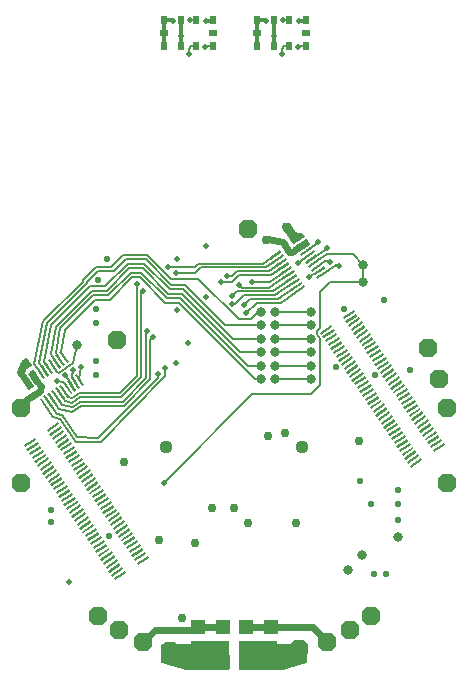
<source format=gbl>
G75*
%MOIN*%
%OFA0B0*%
%FSLAX24Y24*%
%IPPOS*%
%LPD*%
%AMOC8*
5,1,8,0,0,1.08239X$1,22.5*
%
%ADD10R,0.0079X0.0449*%
%ADD11OC8,0.0630*%
%ADD12C,0.0437*%
%ADD13R,0.1260X0.0276*%
%ADD14R,0.0453X0.0512*%
%ADD15C,0.0317*%
%ADD16R,0.0236X0.0276*%
%ADD17R,0.0276X0.0236*%
%ADD18C,0.0198*%
%ADD19C,0.0060*%
%ADD20C,0.0120*%
%ADD21C,0.0210*%
%ADD22C,0.0200*%
%ADD23C,0.0300*%
%ADD24C,0.0240*%
D10*
G36*
X008617Y010052D02*
X008573Y010117D01*
X008943Y010366D01*
X008987Y010301D01*
X008617Y010052D01*
G37*
G36*
X008705Y009921D02*
X008661Y009986D01*
X009031Y010235D01*
X009075Y010170D01*
X008705Y009921D01*
G37*
G36*
X008793Y009790D02*
X008749Y009855D01*
X009119Y010104D01*
X009163Y010039D01*
X008793Y009790D01*
G37*
G36*
X008882Y009660D02*
X008838Y009725D01*
X009208Y009974D01*
X009252Y009909D01*
X008882Y009660D01*
G37*
G36*
X008970Y009529D02*
X008926Y009594D01*
X009296Y009843D01*
X009340Y009778D01*
X008970Y009529D01*
G37*
G36*
X009058Y009399D02*
X009014Y009464D01*
X009384Y009713D01*
X009428Y009648D01*
X009058Y009399D01*
G37*
G36*
X009146Y009268D02*
X009102Y009333D01*
X009472Y009582D01*
X009516Y009517D01*
X009146Y009268D01*
G37*
G36*
X009234Y009138D02*
X009190Y009203D01*
X009560Y009452D01*
X009604Y009387D01*
X009234Y009138D01*
G37*
G36*
X009322Y009007D02*
X009278Y009072D01*
X009648Y009321D01*
X009692Y009256D01*
X009322Y009007D01*
G37*
G36*
X009410Y008877D02*
X009366Y008942D01*
X009736Y009191D01*
X009780Y009126D01*
X009410Y008877D01*
G37*
G36*
X010500Y009706D02*
X010544Y009641D01*
X010174Y009392D01*
X010130Y009457D01*
X010500Y009706D01*
G37*
G36*
X010412Y009836D02*
X010456Y009771D01*
X010086Y009522D01*
X010042Y009587D01*
X010412Y009836D01*
G37*
G36*
X010324Y009967D02*
X010368Y009902D01*
X009998Y009653D01*
X009954Y009718D01*
X010324Y009967D01*
G37*
G36*
X010235Y010097D02*
X010279Y010032D01*
X009909Y009783D01*
X009865Y009848D01*
X010235Y010097D01*
G37*
G36*
X010147Y010228D02*
X010191Y010163D01*
X009821Y009914D01*
X009777Y009979D01*
X010147Y010228D01*
G37*
G36*
X010059Y010358D02*
X010103Y010293D01*
X009733Y010044D01*
X009689Y010109D01*
X010059Y010358D01*
G37*
G36*
X009971Y010489D02*
X010015Y010424D01*
X009645Y010175D01*
X009601Y010240D01*
X009971Y010489D01*
G37*
G36*
X009883Y010620D02*
X009927Y010555D01*
X009557Y010306D01*
X009513Y010371D01*
X009883Y010620D01*
G37*
G36*
X009795Y010750D02*
X009839Y010685D01*
X009469Y010436D01*
X009425Y010501D01*
X009795Y010750D01*
G37*
G36*
X009707Y010881D02*
X009751Y010816D01*
X009381Y010567D01*
X009337Y010632D01*
X009707Y010881D01*
G37*
G36*
X009619Y011011D02*
X009663Y010946D01*
X009293Y010697D01*
X009249Y010762D01*
X009619Y011011D01*
G37*
G36*
X009531Y011142D02*
X009575Y011077D01*
X009205Y010828D01*
X009161Y010893D01*
X009531Y011142D01*
G37*
G36*
X009443Y011272D02*
X009487Y011207D01*
X009117Y010958D01*
X009073Y011023D01*
X009443Y011272D01*
G37*
G36*
X009355Y011403D02*
X009399Y011338D01*
X009029Y011089D01*
X008985Y011154D01*
X009355Y011403D01*
G37*
G36*
X009267Y011534D02*
X009311Y011469D01*
X008941Y011220D01*
X008897Y011285D01*
X009267Y011534D01*
G37*
G36*
X009179Y011664D02*
X009223Y011599D01*
X008853Y011350D01*
X008809Y011415D01*
X009179Y011664D01*
G37*
G36*
X009091Y011795D02*
X009135Y011730D01*
X008765Y011481D01*
X008721Y011546D01*
X009091Y011795D01*
G37*
G36*
X009003Y011925D02*
X009047Y011860D01*
X008677Y011611D01*
X008633Y011676D01*
X009003Y011925D01*
G37*
G36*
X008915Y012056D02*
X008959Y011991D01*
X008589Y011742D01*
X008545Y011807D01*
X008915Y012056D01*
G37*
G36*
X008826Y012186D02*
X008870Y012121D01*
X008500Y011872D01*
X008456Y011937D01*
X008826Y012186D01*
G37*
G36*
X008738Y012317D02*
X008782Y012252D01*
X008412Y012003D01*
X008368Y012068D01*
X008738Y012317D01*
G37*
G36*
X008650Y012447D02*
X008694Y012382D01*
X008324Y012133D01*
X008280Y012198D01*
X008650Y012447D01*
G37*
G36*
X008562Y012578D02*
X008606Y012513D01*
X008236Y012264D01*
X008192Y012329D01*
X008562Y012578D01*
G37*
G36*
X008474Y012709D02*
X008518Y012644D01*
X008148Y012395D01*
X008104Y012460D01*
X008474Y012709D01*
G37*
G36*
X008386Y012839D02*
X008430Y012774D01*
X008060Y012525D01*
X008016Y012590D01*
X008386Y012839D01*
G37*
G36*
X008298Y012970D02*
X008342Y012905D01*
X007972Y012656D01*
X007928Y012721D01*
X008298Y012970D01*
G37*
G36*
X008210Y013100D02*
X008254Y013035D01*
X007884Y012786D01*
X007840Y012851D01*
X008210Y013100D01*
G37*
G36*
X008122Y013231D02*
X008166Y013166D01*
X007796Y012917D01*
X007752Y012982D01*
X008122Y013231D01*
G37*
G36*
X008034Y013361D02*
X008078Y013296D01*
X007708Y013047D01*
X007664Y013112D01*
X008034Y013361D01*
G37*
G36*
X007946Y013492D02*
X007990Y013427D01*
X007620Y013178D01*
X007576Y013243D01*
X007946Y013492D01*
G37*
G36*
X007858Y013622D02*
X007902Y013557D01*
X007532Y013308D01*
X007488Y013373D01*
X007858Y013622D01*
G37*
G36*
X007770Y013753D02*
X007814Y013688D01*
X007444Y013439D01*
X007400Y013504D01*
X007770Y013753D01*
G37*
G36*
X007682Y013884D02*
X007726Y013819D01*
X007356Y013570D01*
X007312Y013635D01*
X007682Y013884D01*
G37*
G36*
X007594Y014014D02*
X007638Y013949D01*
X007268Y013700D01*
X007224Y013765D01*
X007594Y014014D01*
G37*
G36*
X007506Y014145D02*
X007550Y014080D01*
X007180Y013831D01*
X007136Y013896D01*
X007506Y014145D01*
G37*
G36*
X007209Y014596D02*
X007144Y014552D01*
X006895Y014922D01*
X006960Y014966D01*
X007209Y014596D01*
G37*
G36*
X007340Y014684D02*
X007275Y014640D01*
X007026Y015010D01*
X007091Y015054D01*
X007340Y014684D01*
G37*
G36*
X007470Y014772D02*
X007405Y014728D01*
X007156Y015098D01*
X007221Y015142D01*
X007470Y014772D01*
G37*
G36*
X007601Y014861D02*
X007536Y014817D01*
X007287Y015187D01*
X007352Y015231D01*
X007601Y014861D01*
G37*
G36*
X007731Y014949D02*
X007666Y014905D01*
X007417Y015275D01*
X007482Y015319D01*
X007731Y014949D01*
G37*
G36*
X007862Y015037D02*
X007797Y014993D01*
X007548Y015363D01*
X007613Y015407D01*
X007862Y015037D01*
G37*
G36*
X007992Y015125D02*
X007927Y015081D01*
X007678Y015451D01*
X007743Y015495D01*
X007992Y015125D01*
G37*
G36*
X008123Y015213D02*
X008058Y015169D01*
X007809Y015539D01*
X007874Y015583D01*
X008123Y015213D01*
G37*
G36*
X008254Y015301D02*
X008189Y015257D01*
X007940Y015627D01*
X008005Y015671D01*
X008254Y015301D01*
G37*
G36*
X008384Y015389D02*
X008319Y015345D01*
X008070Y015715D01*
X008135Y015759D01*
X008384Y015389D01*
G37*
G36*
X007555Y016479D02*
X007620Y016523D01*
X007869Y016153D01*
X007804Y016109D01*
X007555Y016479D01*
G37*
G36*
X007424Y016391D02*
X007489Y016435D01*
X007738Y016065D01*
X007673Y016021D01*
X007424Y016391D01*
G37*
G36*
X007294Y016303D02*
X007359Y016347D01*
X007608Y015977D01*
X007543Y015933D01*
X007294Y016303D01*
G37*
G36*
X007163Y016214D02*
X007228Y016258D01*
X007477Y015888D01*
X007412Y015844D01*
X007163Y016214D01*
G37*
G36*
X007033Y016126D02*
X007098Y016170D01*
X007347Y015800D01*
X007282Y015756D01*
X007033Y016126D01*
G37*
G36*
X006902Y016038D02*
X006967Y016082D01*
X007216Y015712D01*
X007151Y015668D01*
X006902Y016038D01*
G37*
G36*
X006772Y015950D02*
X006837Y015994D01*
X007086Y015624D01*
X007021Y015580D01*
X006772Y015950D01*
G37*
G36*
X006641Y015862D02*
X006706Y015906D01*
X006955Y015536D01*
X006890Y015492D01*
X006641Y015862D01*
G37*
G36*
X006510Y015774D02*
X006575Y015818D01*
X006824Y015448D01*
X006759Y015404D01*
X006510Y015774D01*
G37*
G36*
X006380Y015686D02*
X006445Y015730D01*
X006694Y015360D01*
X006629Y015316D01*
X006380Y015686D01*
G37*
G36*
X006416Y013315D02*
X006372Y013380D01*
X006742Y013629D01*
X006786Y013564D01*
X006416Y013315D01*
G37*
G36*
X006504Y013185D02*
X006460Y013250D01*
X006830Y013499D01*
X006874Y013434D01*
X006504Y013185D01*
G37*
G36*
X006592Y013054D02*
X006548Y013119D01*
X006918Y013368D01*
X006962Y013303D01*
X006592Y013054D01*
G37*
G36*
X006680Y012924D02*
X006636Y012989D01*
X007006Y013238D01*
X007050Y013173D01*
X006680Y012924D01*
G37*
G36*
X006768Y012793D02*
X006724Y012858D01*
X007094Y013107D01*
X007138Y013042D01*
X006768Y012793D01*
G37*
G36*
X006856Y012663D02*
X006812Y012728D01*
X007182Y012977D01*
X007226Y012912D01*
X006856Y012663D01*
G37*
G36*
X006944Y012532D02*
X006900Y012597D01*
X007270Y012846D01*
X007314Y012781D01*
X006944Y012532D01*
G37*
G36*
X007032Y012402D02*
X006988Y012467D01*
X007358Y012716D01*
X007402Y012651D01*
X007032Y012402D01*
G37*
G36*
X007120Y012271D02*
X007076Y012336D01*
X007446Y012585D01*
X007490Y012520D01*
X007120Y012271D01*
G37*
G36*
X007208Y012140D02*
X007164Y012205D01*
X007534Y012454D01*
X007578Y012389D01*
X007208Y012140D01*
G37*
G36*
X007296Y012010D02*
X007252Y012075D01*
X007622Y012324D01*
X007666Y012259D01*
X007296Y012010D01*
G37*
G36*
X007384Y011879D02*
X007340Y011944D01*
X007710Y012193D01*
X007754Y012128D01*
X007384Y011879D01*
G37*
G36*
X007473Y011749D02*
X007429Y011814D01*
X007799Y012063D01*
X007843Y011998D01*
X007473Y011749D01*
G37*
G36*
X007561Y011618D02*
X007517Y011683D01*
X007887Y011932D01*
X007931Y011867D01*
X007561Y011618D01*
G37*
G36*
X007649Y011488D02*
X007605Y011553D01*
X007975Y011802D01*
X008019Y011737D01*
X007649Y011488D01*
G37*
G36*
X007737Y011357D02*
X007693Y011422D01*
X008063Y011671D01*
X008107Y011606D01*
X007737Y011357D01*
G37*
G36*
X007825Y011227D02*
X007781Y011292D01*
X008151Y011541D01*
X008195Y011476D01*
X007825Y011227D01*
G37*
G36*
X007913Y011096D02*
X007869Y011161D01*
X008239Y011410D01*
X008283Y011345D01*
X007913Y011096D01*
G37*
G36*
X008001Y010965D02*
X007957Y011030D01*
X008327Y011279D01*
X008371Y011214D01*
X008001Y010965D01*
G37*
G36*
X008089Y010835D02*
X008045Y010900D01*
X008415Y011149D01*
X008459Y011084D01*
X008089Y010835D01*
G37*
G36*
X008177Y010704D02*
X008133Y010769D01*
X008503Y011018D01*
X008547Y010953D01*
X008177Y010704D01*
G37*
G36*
X008265Y010574D02*
X008221Y010639D01*
X008591Y010888D01*
X008635Y010823D01*
X008265Y010574D01*
G37*
G36*
X008353Y010443D02*
X008309Y010508D01*
X008679Y010757D01*
X008723Y010692D01*
X008353Y010443D01*
G37*
G36*
X008441Y010313D02*
X008397Y010378D01*
X008767Y010627D01*
X008811Y010562D01*
X008441Y010313D01*
G37*
G36*
X008529Y010182D02*
X008485Y010247D01*
X008855Y010496D01*
X008899Y010431D01*
X008529Y010182D01*
G37*
G36*
X015301Y018526D02*
X015257Y018591D01*
X015627Y018840D01*
X015671Y018775D01*
X015301Y018526D01*
G37*
G36*
X015389Y018396D02*
X015345Y018461D01*
X015715Y018710D01*
X015759Y018645D01*
X015389Y018396D01*
G37*
G36*
X015213Y018657D02*
X015169Y018722D01*
X015539Y018971D01*
X015583Y018906D01*
X015213Y018657D01*
G37*
G36*
X015125Y018788D02*
X015081Y018853D01*
X015451Y019102D01*
X015495Y019037D01*
X015125Y018788D01*
G37*
G36*
X015037Y018918D02*
X014993Y018983D01*
X015363Y019232D01*
X015407Y019167D01*
X015037Y018918D01*
G37*
G36*
X014949Y019049D02*
X014905Y019114D01*
X015275Y019363D01*
X015319Y019298D01*
X014949Y019049D01*
G37*
G36*
X014861Y019179D02*
X014817Y019244D01*
X015187Y019493D01*
X015231Y019428D01*
X014861Y019179D01*
G37*
G36*
X014772Y019310D02*
X014728Y019375D01*
X015098Y019624D01*
X015142Y019559D01*
X014772Y019310D01*
G37*
G36*
X014684Y019440D02*
X014640Y019505D01*
X015010Y019754D01*
X015054Y019689D01*
X014684Y019440D01*
G37*
G36*
X014596Y019571D02*
X014552Y019636D01*
X014922Y019885D01*
X014966Y019820D01*
X014596Y019571D01*
G37*
G36*
X015686Y020400D02*
X015730Y020335D01*
X015360Y020086D01*
X015316Y020151D01*
X015686Y020400D01*
G37*
G36*
X015774Y020270D02*
X015818Y020205D01*
X015448Y019956D01*
X015404Y020021D01*
X015774Y020270D01*
G37*
G36*
X015862Y020139D02*
X015906Y020074D01*
X015536Y019825D01*
X015492Y019890D01*
X015862Y020139D01*
G37*
G36*
X015950Y020008D02*
X015994Y019943D01*
X015624Y019694D01*
X015580Y019759D01*
X015950Y020008D01*
G37*
G36*
X016038Y019878D02*
X016082Y019813D01*
X015712Y019564D01*
X015668Y019629D01*
X016038Y019878D01*
G37*
G36*
X016126Y019747D02*
X016170Y019682D01*
X015800Y019433D01*
X015756Y019498D01*
X016126Y019747D01*
G37*
G36*
X016214Y019617D02*
X016258Y019552D01*
X015888Y019303D01*
X015844Y019368D01*
X016214Y019617D01*
G37*
G36*
X016303Y019486D02*
X016347Y019421D01*
X015977Y019172D01*
X015933Y019237D01*
X016303Y019486D01*
G37*
G36*
X016391Y019356D02*
X016435Y019291D01*
X016065Y019042D01*
X016021Y019107D01*
X016391Y019356D01*
G37*
G36*
X016479Y019225D02*
X016523Y019160D01*
X016153Y018911D01*
X016109Y018976D01*
X016479Y019225D01*
G37*
G36*
X017370Y017903D02*
X017414Y017838D01*
X017044Y017589D01*
X017000Y017654D01*
X017370Y017903D01*
G37*
G36*
X017458Y017773D02*
X017502Y017708D01*
X017132Y017459D01*
X017088Y017524D01*
X017458Y017773D01*
G37*
G36*
X017546Y017642D02*
X017590Y017577D01*
X017220Y017328D01*
X017176Y017393D01*
X017546Y017642D01*
G37*
G36*
X017634Y017512D02*
X017678Y017447D01*
X017308Y017198D01*
X017264Y017263D01*
X017634Y017512D01*
G37*
G36*
X017722Y017381D02*
X017766Y017316D01*
X017396Y017067D01*
X017352Y017132D01*
X017722Y017381D01*
G37*
G36*
X017810Y017251D02*
X017854Y017186D01*
X017484Y016937D01*
X017440Y017002D01*
X017810Y017251D01*
G37*
G36*
X017898Y017120D02*
X017942Y017055D01*
X017572Y016806D01*
X017528Y016871D01*
X017898Y017120D01*
G37*
G36*
X017987Y016990D02*
X018031Y016925D01*
X017661Y016676D01*
X017617Y016741D01*
X017987Y016990D01*
G37*
G36*
X018075Y016859D02*
X018119Y016794D01*
X017749Y016545D01*
X017705Y016610D01*
X018075Y016859D01*
G37*
G36*
X018163Y016728D02*
X018207Y016663D01*
X017837Y016414D01*
X017793Y016479D01*
X018163Y016728D01*
G37*
G36*
X018251Y016598D02*
X018295Y016533D01*
X017925Y016284D01*
X017881Y016349D01*
X018251Y016598D01*
G37*
G36*
X018339Y016467D02*
X018383Y016402D01*
X018013Y016153D01*
X017969Y016218D01*
X018339Y016467D01*
G37*
G36*
X018427Y016337D02*
X018471Y016272D01*
X018101Y016023D01*
X018057Y016088D01*
X018427Y016337D01*
G37*
G36*
X018515Y016206D02*
X018559Y016141D01*
X018189Y015892D01*
X018145Y015957D01*
X018515Y016206D01*
G37*
G36*
X018603Y016076D02*
X018647Y016011D01*
X018277Y015762D01*
X018233Y015827D01*
X018603Y016076D01*
G37*
G36*
X018691Y015945D02*
X018735Y015880D01*
X018365Y015631D01*
X018321Y015696D01*
X018691Y015945D01*
G37*
G36*
X018779Y015815D02*
X018823Y015750D01*
X018453Y015501D01*
X018409Y015566D01*
X018779Y015815D01*
G37*
G36*
X018867Y015684D02*
X018911Y015619D01*
X018541Y015370D01*
X018497Y015435D01*
X018867Y015684D01*
G37*
G36*
X018955Y015553D02*
X018999Y015488D01*
X018629Y015239D01*
X018585Y015304D01*
X018955Y015553D01*
G37*
G36*
X019043Y015423D02*
X019087Y015358D01*
X018717Y015109D01*
X018673Y015174D01*
X019043Y015423D01*
G37*
G36*
X019131Y015292D02*
X019175Y015227D01*
X018805Y014978D01*
X018761Y015043D01*
X019131Y015292D01*
G37*
G36*
X019219Y015162D02*
X019263Y015097D01*
X018893Y014848D01*
X018849Y014913D01*
X019219Y015162D01*
G37*
G36*
X019307Y015031D02*
X019351Y014966D01*
X018981Y014717D01*
X018937Y014782D01*
X019307Y015031D01*
G37*
G36*
X019396Y014901D02*
X019440Y014836D01*
X019070Y014587D01*
X019026Y014652D01*
X019396Y014901D01*
G37*
G36*
X019484Y014770D02*
X019528Y014705D01*
X019158Y014456D01*
X019114Y014521D01*
X019484Y014770D01*
G37*
G36*
X019572Y014640D02*
X019616Y014575D01*
X019246Y014326D01*
X019202Y014391D01*
X019572Y014640D01*
G37*
G36*
X019660Y014509D02*
X019704Y014444D01*
X019334Y014195D01*
X019290Y014260D01*
X019660Y014509D01*
G37*
G36*
X019748Y014378D02*
X019792Y014313D01*
X019422Y014064D01*
X019378Y014129D01*
X019748Y014378D01*
G37*
G36*
X019836Y014248D02*
X019880Y014183D01*
X019510Y013934D01*
X019466Y013999D01*
X019836Y014248D01*
G37*
G36*
X019924Y014117D02*
X019968Y014052D01*
X019598Y013803D01*
X019554Y013868D01*
X019924Y014117D01*
G37*
G36*
X020012Y013987D02*
X020056Y013922D01*
X019686Y013673D01*
X019642Y013738D01*
X020012Y013987D01*
G37*
G36*
X020100Y013856D02*
X020144Y013791D01*
X019774Y013542D01*
X019730Y013607D01*
X020100Y013856D01*
G37*
G36*
X020188Y013726D02*
X020232Y013661D01*
X019862Y013412D01*
X019818Y013477D01*
X020188Y013726D01*
G37*
G36*
X020276Y013595D02*
X020320Y013530D01*
X019950Y013281D01*
X019906Y013346D01*
X020276Y013595D01*
G37*
G36*
X020364Y013465D02*
X020408Y013400D01*
X020038Y013151D01*
X019994Y013216D01*
X020364Y013465D01*
G37*
G36*
X019274Y012635D02*
X019230Y012700D01*
X019600Y012949D01*
X019644Y012884D01*
X019274Y012635D01*
G37*
G36*
X019186Y012766D02*
X019142Y012831D01*
X019512Y013080D01*
X019556Y013015D01*
X019186Y012766D01*
G37*
G36*
X019098Y012896D02*
X019054Y012961D01*
X019424Y013210D01*
X019468Y013145D01*
X019098Y012896D01*
G37*
G36*
X019010Y013027D02*
X018966Y013092D01*
X019336Y013341D01*
X019380Y013276D01*
X019010Y013027D01*
G37*
G36*
X018922Y013158D02*
X018878Y013223D01*
X019248Y013472D01*
X019292Y013407D01*
X018922Y013158D01*
G37*
G36*
X018834Y013288D02*
X018790Y013353D01*
X019160Y013602D01*
X019204Y013537D01*
X018834Y013288D01*
G37*
G36*
X018746Y013419D02*
X018702Y013484D01*
X019072Y013733D01*
X019116Y013668D01*
X018746Y013419D01*
G37*
G36*
X018658Y013549D02*
X018614Y013614D01*
X018984Y013863D01*
X019028Y013798D01*
X018658Y013549D01*
G37*
G36*
X018570Y013680D02*
X018526Y013745D01*
X018896Y013994D01*
X018940Y013929D01*
X018570Y013680D01*
G37*
G36*
X018482Y013810D02*
X018438Y013875D01*
X018808Y014124D01*
X018852Y014059D01*
X018482Y013810D01*
G37*
G36*
X018394Y013941D02*
X018350Y014006D01*
X018720Y014255D01*
X018764Y014190D01*
X018394Y013941D01*
G37*
G36*
X018306Y014071D02*
X018262Y014136D01*
X018632Y014385D01*
X018676Y014320D01*
X018306Y014071D01*
G37*
G36*
X018218Y014202D02*
X018174Y014267D01*
X018544Y014516D01*
X018588Y014451D01*
X018218Y014202D01*
G37*
G36*
X018130Y014333D02*
X018086Y014398D01*
X018456Y014647D01*
X018500Y014582D01*
X018130Y014333D01*
G37*
G36*
X018042Y014463D02*
X017998Y014528D01*
X018368Y014777D01*
X018412Y014712D01*
X018042Y014463D01*
G37*
G36*
X017954Y014594D02*
X017910Y014659D01*
X018280Y014908D01*
X018324Y014843D01*
X017954Y014594D01*
G37*
G36*
X017865Y014724D02*
X017821Y014789D01*
X018191Y015038D01*
X018235Y014973D01*
X017865Y014724D01*
G37*
G36*
X017777Y014855D02*
X017733Y014920D01*
X018103Y015169D01*
X018147Y015104D01*
X017777Y014855D01*
G37*
G36*
X017689Y014985D02*
X017645Y015050D01*
X018015Y015299D01*
X018059Y015234D01*
X017689Y014985D01*
G37*
G36*
X017601Y015116D02*
X017557Y015181D01*
X017927Y015430D01*
X017971Y015365D01*
X017601Y015116D01*
G37*
G36*
X017513Y015246D02*
X017469Y015311D01*
X017839Y015560D01*
X017883Y015495D01*
X017513Y015246D01*
G37*
G36*
X017425Y015377D02*
X017381Y015442D01*
X017751Y015691D01*
X017795Y015626D01*
X017425Y015377D01*
G37*
G36*
X017337Y015508D02*
X017293Y015573D01*
X017663Y015822D01*
X017707Y015757D01*
X017337Y015508D01*
G37*
G36*
X017249Y015638D02*
X017205Y015703D01*
X017575Y015952D01*
X017619Y015887D01*
X017249Y015638D01*
G37*
G36*
X017161Y015769D02*
X017117Y015834D01*
X017487Y016083D01*
X017531Y016018D01*
X017161Y015769D01*
G37*
G36*
X017073Y015899D02*
X017029Y015964D01*
X017399Y016213D01*
X017443Y016148D01*
X017073Y015899D01*
G37*
G36*
X016985Y016030D02*
X016941Y016095D01*
X017311Y016344D01*
X017355Y016279D01*
X016985Y016030D01*
G37*
G36*
X016897Y016160D02*
X016853Y016225D01*
X017223Y016474D01*
X017267Y016409D01*
X016897Y016160D01*
G37*
G36*
X016809Y016291D02*
X016765Y016356D01*
X017135Y016605D01*
X017179Y016540D01*
X016809Y016291D01*
G37*
G36*
X016721Y016422D02*
X016677Y016487D01*
X017047Y016736D01*
X017091Y016671D01*
X016721Y016422D01*
G37*
G36*
X016633Y016552D02*
X016589Y016617D01*
X016959Y016866D01*
X017003Y016801D01*
X016633Y016552D01*
G37*
G36*
X016545Y016683D02*
X016501Y016748D01*
X016871Y016997D01*
X016915Y016932D01*
X016545Y016683D01*
G37*
G36*
X016456Y016813D02*
X016412Y016878D01*
X016782Y017127D01*
X016826Y017062D01*
X016456Y016813D01*
G37*
G36*
X016368Y016944D02*
X016324Y017009D01*
X016694Y017258D01*
X016738Y017193D01*
X016368Y016944D01*
G37*
G36*
X016280Y017074D02*
X016236Y017139D01*
X016606Y017388D01*
X016650Y017323D01*
X016280Y017074D01*
G37*
D11*
X013840Y020590D03*
X009490Y016890D03*
X006290Y014640D03*
X006290Y012140D03*
X008857Y007690D03*
X009541Y007236D03*
X010340Y006840D03*
X011240Y006540D03*
X015540Y006590D03*
X016490Y006840D03*
X017240Y007240D03*
X017940Y007690D03*
X020490Y012140D03*
X020490Y014640D03*
X020194Y015591D03*
X019840Y016632D03*
D12*
X015654Y013312D03*
X011126Y013312D03*
D13*
X012590Y006740D03*
X014190Y006740D03*
D14*
X014594Y006159D03*
X013786Y006159D03*
X012994Y006159D03*
X012186Y006159D03*
X012186Y007321D03*
X012994Y007321D03*
X013786Y007321D03*
X014594Y007321D03*
D15*
X017190Y009215D03*
X017640Y009715D03*
X018840Y010315D03*
X015940Y015590D03*
X015940Y016040D03*
X015940Y016490D03*
X015940Y016940D03*
X015940Y017390D03*
X015940Y017840D03*
X014740Y017840D03*
X014740Y017390D03*
X014740Y016940D03*
X014740Y016490D03*
X014740Y016040D03*
X014740Y015590D03*
X014290Y015590D03*
X014290Y016040D03*
X014290Y016490D03*
X014290Y016940D03*
X014290Y017390D03*
X014290Y017840D03*
X017690Y018840D03*
X017690Y019390D03*
X008140Y016740D03*
D16*
X011058Y026679D03*
X011615Y026679D03*
X012115Y026679D03*
X012672Y026679D03*
X012672Y027545D03*
X012115Y027545D03*
X011615Y027545D03*
X011058Y027545D03*
X014158Y027545D03*
X014715Y027545D03*
X015215Y027545D03*
X015772Y027545D03*
X015772Y026679D03*
X015215Y026679D03*
X014715Y026679D03*
X014158Y026679D03*
D17*
X014158Y027112D03*
X012672Y027112D03*
X011058Y027112D03*
X015772Y027112D03*
D18*
X015529Y027540D03*
X014996Y027545D03*
X014709Y027030D03*
X014433Y027517D03*
X014965Y026437D03*
X015515Y026657D03*
X012415Y026657D03*
X011865Y026437D03*
X011609Y027030D03*
X011333Y027517D03*
X011896Y027545D03*
X012429Y027540D03*
D19*
X012672Y027545D02*
X012672Y027540D01*
X012115Y027545D02*
X011896Y027545D01*
X011615Y027190D02*
X011609Y027030D01*
X011952Y026679D02*
X011865Y026592D01*
X011865Y026437D01*
X011952Y026679D02*
X012115Y026679D01*
X012415Y026657D02*
X012446Y026679D01*
X012672Y026679D01*
X012672Y026637D01*
X014709Y027030D02*
X014715Y027190D01*
X014996Y027545D02*
X015215Y027545D01*
X015772Y027545D02*
X015772Y027540D01*
X015772Y026679D02*
X015546Y026679D01*
X015515Y026657D01*
X015215Y026679D02*
X015052Y026679D01*
X014965Y026592D01*
X014965Y026437D01*
X015201Y020764D02*
X015411Y020453D01*
X015654Y020405D01*
X015696Y020343D01*
X015364Y020120D01*
X015015Y020638D01*
X015201Y020764D01*
X015203Y020761D02*
X015198Y020761D01*
X015243Y020703D02*
X015111Y020703D01*
X015024Y020644D02*
X015282Y020644D01*
X015322Y020586D02*
X015050Y020586D01*
X015090Y020527D02*
X015361Y020527D01*
X015400Y020469D02*
X015129Y020469D01*
X015169Y020410D02*
X015630Y020410D01*
X015690Y020352D02*
X015208Y020352D01*
X015247Y020293D02*
X015622Y020293D01*
X015535Y020235D02*
X015287Y020235D01*
X015326Y020176D02*
X015448Y020176D01*
X015611Y020112D02*
X015619Y020098D01*
X015623Y020083D01*
X015625Y020067D01*
X015624Y020052D01*
X015619Y020036D01*
X015612Y020022D01*
X015602Y020010D01*
X015589Y020000D01*
X015366Y019849D01*
X015373Y019884D02*
X015551Y019884D01*
X015638Y019942D02*
X015369Y019942D01*
X015345Y019925D02*
X015780Y020219D01*
X015864Y020095D01*
X015429Y019801D01*
X015345Y019925D01*
X015412Y019825D02*
X015464Y019825D01*
X015456Y020001D02*
X015724Y020001D01*
X015811Y020059D02*
X015543Y020059D01*
X015630Y020118D02*
X015848Y020118D01*
X015809Y020176D02*
X015716Y020176D01*
X015787Y019851D02*
X016173Y020112D01*
X016182Y020159D01*
X016418Y019897D02*
X016486Y019943D01*
X016489Y019958D01*
X016418Y019897D02*
X015963Y019590D01*
X016051Y019460D02*
X016471Y019742D01*
X017338Y019742D01*
X017690Y019390D01*
X017690Y018840D01*
X016590Y018840D01*
X016240Y018490D01*
X016240Y017290D01*
X016140Y017190D01*
X016140Y017090D01*
X016240Y016940D01*
X016240Y015390D01*
X015940Y015090D01*
X013990Y015090D01*
X011040Y012140D01*
X008937Y013494D02*
X008095Y013506D01*
X007582Y014267D01*
X007354Y014311D01*
X007052Y014759D01*
X007183Y014847D02*
X007461Y014434D01*
X007649Y014398D01*
X008155Y013647D01*
X008846Y013640D01*
X010840Y015634D01*
X010840Y015746D01*
X011090Y015682D02*
X011090Y015943D01*
X011090Y015682D02*
X008937Y013494D01*
X008270Y014695D02*
X009709Y014695D01*
X010590Y015576D01*
X010590Y016890D01*
X010690Y016990D01*
X010490Y017190D02*
X010440Y017140D01*
X010440Y015617D01*
X009661Y014838D01*
X008258Y014838D01*
X007997Y014662D01*
X007641Y014731D01*
X007444Y015024D01*
X007574Y015112D02*
X007748Y014854D01*
X007989Y014807D01*
X008250Y014983D01*
X009616Y014983D01*
X010290Y015657D01*
X010290Y018490D01*
X010340Y018540D01*
X010140Y018765D02*
X010140Y015703D01*
X009567Y015130D01*
X008236Y015130D01*
X007987Y014962D01*
X007846Y014990D01*
X007705Y015200D01*
X007705Y015190D01*
X007835Y015288D02*
X007685Y015498D01*
X007493Y015541D01*
X007539Y015806D02*
X007478Y015818D01*
X007320Y016051D01*
X007190Y015963D02*
X007052Y016167D01*
X007290Y017390D01*
X008590Y018690D01*
X009090Y018690D01*
X009840Y019440D01*
X010390Y019440D01*
X011240Y018590D01*
X011690Y018590D01*
X013340Y016940D01*
X014290Y016940D01*
X014290Y017390D02*
X013090Y017390D01*
X011740Y018740D01*
X011290Y018740D01*
X010440Y019590D01*
X009790Y019590D01*
X009390Y019190D01*
X008840Y019190D01*
X008490Y018840D01*
X008490Y018790D01*
X007149Y017462D01*
X006889Y016127D01*
X007059Y015875D01*
X006929Y015787D02*
X006723Y016093D01*
X006999Y017512D01*
X008340Y018840D01*
X008340Y018890D01*
X008790Y019340D01*
X009290Y019340D01*
X009690Y019740D01*
X010490Y019740D01*
X011290Y018940D01*
X012190Y018940D01*
X013540Y017590D01*
X013940Y017590D01*
X014190Y017840D01*
X014290Y017840D01*
X014140Y018140D02*
X014940Y018140D01*
X015552Y018553D01*
X015552Y018553D01*
X015464Y018683D02*
X015461Y018684D01*
X014840Y018265D01*
X013915Y018265D01*
X013715Y018065D01*
X013790Y017790D02*
X014140Y018140D01*
X013715Y018390D02*
X014740Y018390D01*
X015370Y018815D01*
X015376Y018814D01*
X015286Y018934D02*
X014665Y018515D01*
X013465Y018515D01*
X013315Y018365D01*
X013315Y018090D02*
X013415Y018090D01*
X013715Y018390D01*
X013640Y018640D02*
X014540Y018640D01*
X014665Y018715D01*
X015199Y019075D01*
X015200Y019075D01*
X015288Y018945D02*
X015286Y018934D01*
X015112Y019206D02*
X015108Y019206D01*
X014565Y018840D01*
X013965Y018840D01*
X014440Y019315D02*
X014846Y019589D01*
X014847Y019597D01*
X014935Y019467D02*
X014933Y019455D01*
X014540Y019190D01*
X013465Y019190D01*
X013315Y019040D01*
X013140Y019040D01*
X013315Y018840D02*
X013540Y019065D01*
X014615Y019065D01*
X015019Y019337D01*
X015024Y019336D01*
X015507Y019462D02*
X015509Y019474D01*
X015875Y019721D01*
X016140Y019329D02*
X016408Y019511D01*
X016574Y019478D01*
X016777Y019379D02*
X016316Y019068D01*
X016228Y019199D02*
X016198Y019204D01*
X015884Y018992D01*
X016777Y019379D02*
X016874Y019361D01*
X015940Y017840D02*
X014740Y017840D01*
X014740Y017390D02*
X015940Y017390D01*
X015940Y016940D02*
X014740Y016940D01*
X014740Y016490D02*
X015940Y016490D01*
X015940Y016040D02*
X014740Y016040D01*
X014740Y015590D02*
X015940Y015590D01*
X014290Y015590D02*
X014090Y015590D01*
X011540Y018140D01*
X011090Y018140D01*
X010240Y018990D01*
X009990Y018990D01*
X009240Y018240D01*
X008740Y018240D01*
X007740Y017240D01*
X007594Y016490D01*
X007712Y016316D01*
X007581Y016228D02*
X007428Y016455D01*
X007590Y017290D01*
X008690Y018390D01*
X009190Y018390D01*
X009940Y019140D01*
X010290Y019140D01*
X011140Y018290D01*
X011590Y018290D01*
X013840Y016040D01*
X014290Y016040D01*
X014290Y016490D02*
X013590Y016490D01*
X011640Y018440D01*
X011190Y018440D01*
X010340Y019290D01*
X009890Y019290D01*
X009140Y018540D01*
X008640Y018540D01*
X007440Y017340D01*
X007261Y016421D01*
X007451Y016140D01*
X007539Y015806D02*
X008022Y016132D01*
X008140Y016740D01*
X008288Y015978D02*
X008200Y015593D01*
X008227Y015552D01*
X008097Y015464D02*
X007961Y015664D01*
X007998Y015882D01*
X007762Y015702D02*
X007966Y015376D01*
X007762Y015702D02*
X007739Y015711D01*
X006979Y015429D02*
X006855Y015345D01*
X006561Y015780D01*
X006685Y015864D01*
X006979Y015429D01*
X006973Y015438D02*
X006792Y015438D01*
X006753Y015496D02*
X006934Y015496D01*
X006894Y015555D02*
X006713Y015555D01*
X006674Y015613D02*
X006855Y015613D01*
X006815Y015672D02*
X006634Y015672D01*
X006595Y015730D02*
X006776Y015730D01*
X006736Y015789D02*
X006574Y015789D01*
X006661Y015847D02*
X006697Y015847D01*
X006563Y016023D02*
X006252Y016023D01*
X006273Y016081D02*
X006569Y016081D01*
X006594Y016044D02*
X006408Y015918D01*
X006381Y015779D01*
X006423Y015717D01*
X006674Y015344D01*
X006550Y015260D01*
X006187Y015799D01*
X006203Y015881D01*
X006295Y016143D01*
X006455Y016251D01*
X006594Y016044D01*
X006530Y016140D02*
X006294Y016140D01*
X006376Y016198D02*
X006490Y016198D01*
X006476Y015964D02*
X006232Y015964D01*
X006211Y015906D02*
X006405Y015906D01*
X006394Y015847D02*
X006196Y015847D01*
X006193Y015789D02*
X006383Y015789D01*
X006414Y015730D02*
X006233Y015730D01*
X006272Y015672D02*
X006453Y015672D01*
X006493Y015613D02*
X006312Y015613D01*
X006351Y015555D02*
X006532Y015555D01*
X006572Y015496D02*
X006391Y015496D01*
X006430Y015438D02*
X006611Y015438D01*
X006651Y015379D02*
X006470Y015379D01*
X006509Y015321D02*
X006640Y015321D01*
X006553Y015262D02*
X006549Y015262D01*
X006831Y015379D02*
X006906Y015379D01*
X007313Y014935D02*
X007551Y014583D01*
X007980Y014499D01*
X008270Y014695D01*
X011440Y019140D02*
X011440Y019140D01*
X012090Y019140D01*
X012265Y019315D01*
X014440Y019315D01*
X014328Y019440D02*
X014756Y019729D01*
X014759Y019728D01*
X014328Y019440D02*
X012190Y019440D01*
X012090Y019340D01*
X011190Y019340D01*
X012940Y018840D02*
X013315Y018840D01*
X013540Y018740D02*
X013640Y018640D01*
X013590Y006740D02*
X015790Y006740D01*
X015790Y006163D01*
X014996Y005940D01*
X013590Y005940D01*
X013590Y006740D01*
X013590Y006721D02*
X015790Y006721D01*
X015790Y006662D02*
X013590Y006662D01*
X013590Y006604D02*
X015790Y006604D01*
X015790Y006545D02*
X013590Y006545D01*
X013590Y006487D02*
X015790Y006487D01*
X015790Y006428D02*
X013590Y006428D01*
X013590Y006370D02*
X015790Y006370D01*
X015790Y006311D02*
X013590Y006311D01*
X013590Y006253D02*
X015790Y006253D01*
X015790Y006194D02*
X013590Y006194D01*
X013590Y006136D02*
X015694Y006136D01*
X015485Y006077D02*
X013590Y006077D01*
X013590Y006019D02*
X015277Y006019D01*
X015069Y005960D02*
X013590Y005960D01*
X013190Y005960D02*
X011711Y005960D01*
X011784Y005940D02*
X010990Y006163D01*
X010990Y006740D01*
X013190Y006740D01*
X013190Y005940D01*
X011784Y005940D01*
X011503Y006019D02*
X013190Y006019D01*
X013190Y006077D02*
X011295Y006077D01*
X011086Y006136D02*
X013190Y006136D01*
X013190Y006194D02*
X010990Y006194D01*
X010990Y006253D02*
X013190Y006253D01*
X013190Y006311D02*
X010990Y006311D01*
X010990Y006370D02*
X013190Y006370D01*
X013190Y006428D02*
X010990Y006428D01*
X010990Y006487D02*
X013190Y006487D01*
X013190Y006545D02*
X010990Y006545D01*
X010990Y006604D02*
X013190Y006604D01*
X013190Y006662D02*
X010990Y006662D01*
X010990Y006721D02*
X013190Y006721D01*
D20*
X014158Y026679D02*
X014158Y027112D01*
X014158Y027545D01*
X014433Y027545D01*
X014433Y027517D01*
X014709Y027545D02*
X014709Y027030D01*
X014709Y026679D01*
X014715Y026679D01*
X014715Y027545D02*
X014709Y027545D01*
X015529Y027540D02*
X015772Y027540D01*
X012672Y027540D02*
X012429Y027540D01*
X011615Y027545D02*
X011609Y027545D01*
X011609Y027030D01*
X011609Y026679D01*
X011615Y026679D01*
X011058Y026679D02*
X011058Y027112D01*
X011058Y027545D01*
X011333Y027545D01*
X011333Y027517D01*
D21*
X009140Y019590D03*
X008840Y018890D03*
X008790Y017915D03*
X008790Y017465D03*
X008765Y016190D03*
X008765Y015715D03*
X007290Y011240D03*
X007290Y010815D03*
X009215Y010365D03*
X016790Y015990D03*
X018090Y015740D03*
X019240Y015890D03*
X018390Y018240D03*
X017040Y017940D03*
X017590Y012190D03*
X017940Y011440D03*
X018840Y011440D03*
X018840Y010890D03*
X018840Y011890D03*
X018440Y009090D03*
X018040Y009090D03*
D22*
X007865Y008815D03*
X011040Y012140D03*
X010840Y015746D03*
X011090Y015943D03*
X011440Y016140D03*
X011840Y016790D03*
X011490Y017890D03*
X010690Y016990D03*
X010490Y017190D03*
X010340Y018540D03*
X010140Y018765D03*
X011190Y019340D03*
X011440Y019140D03*
X011490Y019590D03*
X012440Y020040D03*
X013140Y019040D03*
X012940Y018840D03*
X013315Y018365D03*
X013315Y018090D03*
X013715Y018065D03*
X013790Y017790D03*
X013540Y018740D03*
X013965Y018840D03*
X015507Y019462D03*
X015884Y018992D03*
X016574Y019478D03*
X016489Y019958D03*
X016182Y020159D03*
X016874Y019361D03*
X012440Y018340D03*
X008288Y015978D03*
X007998Y015882D03*
X007739Y015711D03*
X007493Y015541D03*
D23*
X006444Y016083D03*
X009715Y012815D03*
X010890Y010240D03*
X012090Y010140D03*
X012640Y011290D03*
X013390Y011290D03*
X013840Y010790D03*
X015440Y010790D03*
X017540Y013540D03*
X015065Y013790D03*
X014515Y013690D03*
X011640Y007640D03*
X014449Y020226D03*
X015112Y020673D03*
D24*
X014997Y020173D02*
X014511Y020268D01*
X014449Y020226D01*
X014997Y020173D02*
X015220Y019841D01*
X015324Y019821D01*
X015366Y019849D01*
X006931Y015366D02*
X006897Y015192D01*
X006441Y014885D01*
X006409Y014720D01*
X006290Y014640D01*
X006931Y015366D02*
X006903Y015407D01*
X012186Y007321D02*
X012106Y007240D01*
X010740Y007240D01*
X010340Y006840D01*
X012186Y007321D02*
X012994Y007321D01*
X013786Y007321D02*
X014594Y007321D01*
X016009Y007321D01*
X016490Y006840D01*
M02*

</source>
